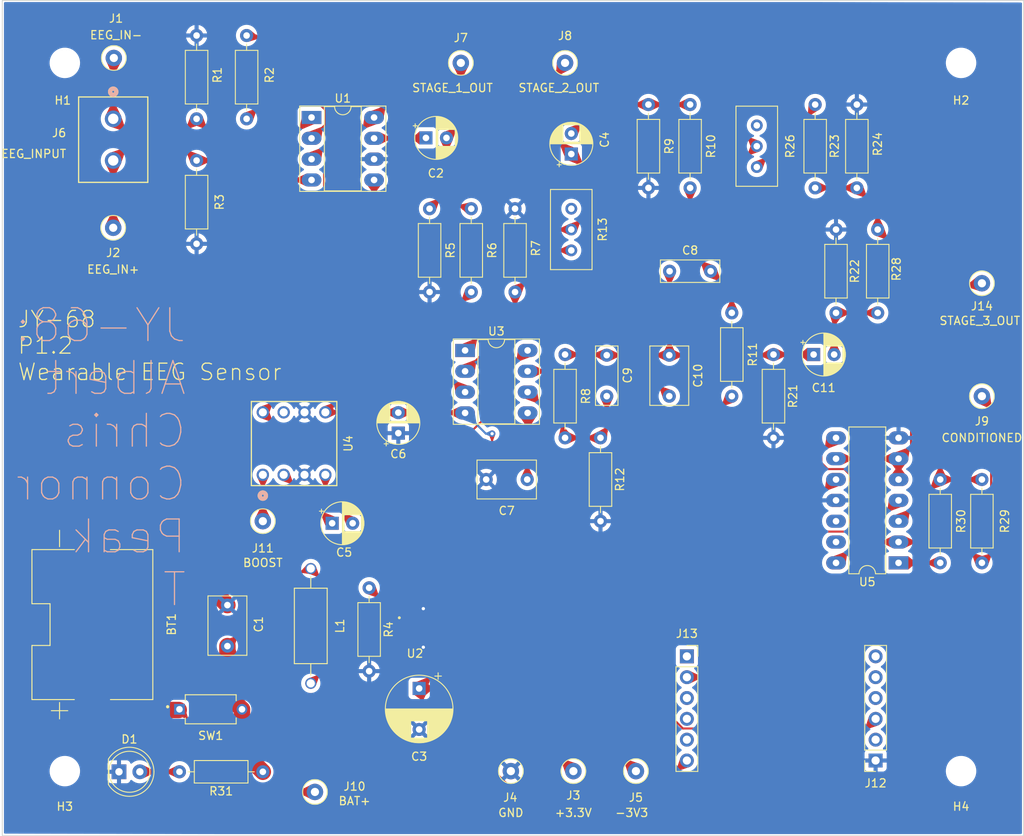
<source format=kicad_pcb>
(kicad_pcb (version 20221018) (generator pcbnew)
  (layers (0 "F.Cu" signal) (31 "B.Cu" power) (34 "B.Paste" user) (35 "F.Paste" user) (36 "B.SilkS" user "B.Silkscreen") (37 "F.SilkS" user "F.Silkscreen") (38 "B.Mask" user) (39 "F.Mask" user) (44 "Edge.Cuts" user))
  (net 0 "")
  (net 1 "GND")
  (net 2 "+3.3V")
  (net 3 "Net-(C4-Pad2)")
  (net 4 "Net-(U4-CAP+)")
  (net 5 "Net-(U4-CAP-)")
  (net 6 "-3V3")
  (net 7 "Net-(U3-IN2+)")
  (net 8 "Conditioned_EEG")
  (net 9 "Net-(C8-Pad2)")
  (net 10 "Net-(U3-IN2-)")
  (net 11 "Net-(U2-SW)")
  (net 12 "Net-(R2-Pad2)")
  (net 13 "Net-(U2-OSEL)")
  (net 14 "Net-(U3-IN1+)")
  (net 15 "Net-(U3-IN1-)")
  (net 18 "Net-(U1-OUT)")
  (net 19 "BAT+")
  (net 20 "STAGE_1_OUT")
  (net 21 "STAGE_2_OUT")
  (net 22 "Net-(J11-Pin_1)")
  (net 23 "/EEG_IN-")
  (net 24 "/EEG_IN+")
  (net 25 "Net-(U2-EN)")
  (net 26 "Net-(C10-Pad1)")
  (net 27 "Net-(U3-OUT2)")
  (net 28 "Net-(C11-Pad2)")
  (net 29 "Net-(D1-A)")
  (net 31 "CLK")
  (net 35 "+5V")
  (net 39 "STAGE_3_OUT")
  (net 41 "Net-(R23-Pad1)")
  (net 43 "Net-(U5-BP)")
  (net 44 "Net-(U5-LP)")
  (net 47 "Net-(R2-Pad1)")
  (footprint "Package_DIP:DIP-8_W7.62mm_Socket_LongPads" (layer "F.Cu") (at 113.885944 65.0749)
    (fp_text reference "U1" (at 3.81 -2.33) (layer "F.SilkS"))
    (fp_text value "INA819")
    (pad "1" thru_hole rect (at 0 0) (size 2.4 1.6) (drill 0.8) (layers "*.Cu" "*.Mask") (net 23 "/EEG_IN-"))
    (pad "2" thru_hole oval (at 0 2.54) (size 2.4 1.6) (drill 0.8) (layers "*.Cu" "*.Mask") (net 47 "Net-(R2-Pad1)"))
    (pad "3" thru_hole oval (at 0 5.08) (size 2.4 1.6) (drill 0.8) (layers "*.Cu" "*.Mask") (net 12 "Net-(R2-Pad2)"))
    (pad "4" thru_hole oval (at 0 7.62) (size 2.4 1.6) (drill 0.8) (layers "*.Cu" "*.Mask") (net 24 "/EEG_IN+"))
    (pad "5" thru_hole oval (at 7.62 7.62) (size 2.4 1.6) (drill 0.8) (layers "*.Cu" "*.Mask") (net 6 "-3V3"))
    (pad "6" thru_hole oval (at 7.62 5.08) (size 2.4 1.6) (drill 0.8) (layers "*.Cu" "*.Mask") (net 1 "GND"))
    (pad "7" thru_hole oval (at 7.62 2.54) (size 2.4 1.6) (drill 0.8) (layers "*.Cu" "*.Mask") (net 18 "Net-(U1-OUT)"))
    (pad "8" thru_hole oval (at 7.62 0) (size 2.4 1.6) (drill 0.8) (layers "*.Cu" "*.Mask") (net 2 "+3.3V"))
  )
  (footprint "TestPoint:TestPoint_Loop_D2.50mm_Drill1.0mm" (layer "F.Cu") (at 138.176 144.78)
    (fp_text reference "J4" (at -0.07 3.2191) (layer "F.SilkS"))
    (fp_text value "GND" (at 0 5.08) (layer "F.SilkS"))
    (pad "1" thru_hole circle (at 0 0) (size 2 2) (drill 1) (layers "*.Cu" "*.Mask") (net 1 "GND"))
  )
  (footprint "Capacitor_THT:C_Rect_L7.0mm_W2.5mm_P5.00mm" (layer "F.Cu") (at 149.86 94.06 -90)
    (fp_text reference "C9" (at 2.46 -2.54 90) (layer "F.SilkS"))
    (fp_text value "10nF")
    (pad "1" thru_hole circle (at 0 0 270) (size 1.6 1.6) (drill 0.8) (layers "*.Cu" "*.Mask") (net 26 "Net-(C10-Pad1)"))
    (pad "2" thru_hole circle (at 5 0 270) (size 1.6 1.6) (drill 0.8) (layers "*.Cu" "*.Mask") (net 10 "Net-(U3-IN2-)"))
  )
  (footprint "TestPoint:TestPoint_Loop_D2.50mm_Drill1.0mm" (layer "F.Cu") (at 195.581 85.290588)
    (fp_text reference "J14" (at 0 2.794) (layer "F.SilkS"))
    (fp_text value "STAGE_3_OUT" (at -0.254 4.572) (layer "F.SilkS"))
    (pad "1" thru_hole circle (at 0 0) (size 2 2) (drill 1) (layers "*.Cu" "*.Mask") (net 39 "STAGE_3_OUT"))
  )
  (footprint "TestPoint:TestPoint_Loop_D2.50mm_Drill1.0mm" (layer "F.Cu") (at 195.58 99.06)
    (fp_text reference "J9" (at 0 3.054) (layer "F.SilkS"))
    (fp_text value "CONDITIONED" (at 0 5.08) (layer "F.SilkS"))
    (pad "1" thru_hole circle (at 0 0) (size 2 2) (drill 1) (layers "*.Cu" "*.Mask") (net 8 "Conditioned_EEG"))
  )
  (footprint "Resistor_THT:R_Axial_DIN0207_L6.3mm_D2.5mm_P10.16mm_Horizontal" (layer "F.Cu") (at 144.78 104.14 90)
    (fp_text reference "R8" (at 5.08 2.54 90) (layer "F.SilkS"))
    (fp_text value "49.9k")
    (pad "1" thru_hole circle (at 0 0 90) (size 1.6 1.6) (drill 0.8) (layers "*.Cu" "*.Mask") (net 10 "Net-(U3-IN2-)"))
    (pad "2" thru_hole oval (at 10.16 0 90) (size 1.6 1.6) (drill 0.8) (layers "*.Cu" "*.Mask") (net 26 "Net-(C10-Pad1)"))
  )
  (footprint "TestPoint:TestPoint_Loop_D2.50mm_Drill1.0mm" (layer "F.Cu") (at 89.715944 78.523271)
    (fp_text reference "J2" (at 0 3.054) (layer "F.SilkS"))
    (fp_text value "EEG_IN+" (at 0 5.08) (layer "F.SilkS"))
    (pad "1" thru_hole circle (at 0 0) (size 2 2) (drill 1) (layers "*.Cu" "*.Mask") (net 24 "/EEG_IN+"))
  )
  (footprint "Resistor_THT:R_Axial_DIN0207_L6.3mm_D2.5mm_P10.16mm_Horizontal" (layer "F.Cu") (at 180.34 73.66 90)
    (fp_text reference "R24" (at 5.334 2.54 90) (layer "F.SilkS"))
    (fp_text value "200k")
    (pad "1" thru_hole circle (at 0 0 90) (size 1.6 1.6) (drill 0.8) (layers "*.Cu" "*.Mask") (net 39 "STAGE_3_OUT"))
    (pad "2" thru_hole oval (at 10.16 0 90) (size 1.6 1.6) (drill 0.8) (layers "*.Cu" "*.Mask") (net 1 "GND"))
  )
  (footprint "1-2199298-2:CONN8_1-2199298-2_TEC" (layer "F.Cu") (at 107.95 108.6466 90)
    (fp_text reference "U4" (at 3.81 10.414 90 unlocked) (layer "F.SilkS"))
    (fp_text value "TC1044S")
    (pad "1" thru_hole circle (at 0 0) (size 1.507998 1.507998) (drill 0.9906) (layers "*.Cu" "*.Mask") (net 22 "Net-(J11-Pin_1)"))
    (pad "2" thru_hole circle (at 0 2.54) (size 1.507998 1.507998) (drill 0.9906) (layers "*.Cu" "*.Mask") (net 4 "Net-(U4-CAP+)"))
    (pad "3" thru_hole circle (at 0 5.08) (size 1.507998 1.507998) (drill 0.9906) (layers "*.Cu" "*.Mask") (net 1 "GND"))
    (pad "4" thru_hole circle (at 0 7.62) (size 1.507998 1.507998) (drill 0.9906) (layers "*.Cu" "*.Mask") (net 5 "Net-(U4-CAP-)"))
    (pad "5" thru_hole circle (at 7.62 7.62) (size 1.507998 1.507998) (drill 0.9906) (layers "*.Cu" "*.Mask") (net 6 "-3V3"))
    (pad "6" thru_hole circle (at 7.62 5.08) (size 1.507998 1.507998) (drill 0.9906) (layers "*.Cu" "*.Mask") (net 1 "GND"))
    (pad "7" thru_hole circle (at 7.62 2.54) (size 1.507998 1.507998) (drill 0.9906) (layers "*.Cu" "*.Mask"))
    (pad "8" thru_hole circle (at 7.62 0) (size 1.507998 1.507998) (drill 0.9906) (layers "*.Cu" "*.Mask") (net 2 "+3.3V"))
  )
  (footprint "Connector_PinSocket_2.54mm:PinSocket_1x06_P2.54mm_Vertical" (layer "F.Cu") (at 182.626 143.485 180)
    (fp_text reference "J12" (at 0 -2.77) (layer "F.SilkS"))
    (fp_text value "Conn_01x06_Pin")
    (pad "1" thru_hole rect (at 0 0 180) (size 1.7 1.7) (drill 1) (layers "*.Cu" "*.Mask") (net 1 "GND"))
    (pad "2" thru_hole oval (at 0 2.54 180) (size 1.7 1.7) (drill 1) (layers "*.Cu" "*.Mask"))
    (pad "3" thru_hole oval (at 0 5.08 180) (size 1.7 1.7) (drill 1) (layers "*.Cu" "*.Mask") (net 31 "CLK"))
    (pad "4" thru_hole oval (at 0 7.62 180) (size 1.7 1.7) (drill 1) (layers "*.Cu" "*.Mask"))
    (pad "5" thru_hole oval (at 0 10.16 180) (size 1.7 1.7) (drill 1) (layers "*.Cu" "*.Mask"))
    (pad "6" thru_hole oval (at 0 12.7 180) (size 1.7 1.7) (drill 1) (layers "*.Cu" "*.Mask"))
  )
  (footprint "Resistor_THT:R_Axial_DIN0207_L6.3mm_D2.5mm_P10.16mm_Horizontal" (layer "F.Cu") (at 105.971944 65.24 90)
    (fp_text reference "R2" (at 5.334 2.794 90) (layer "F.SilkS"))
    (fp_text value "8.2k")
    (pad "1" thru_hole circle (at 0 0 90) (size 1.6 1.6) (drill 0.8) (layers "*.Cu" "*.Mask") (net 47 "Net-(R2-Pad1)"))
    (pad "2" thru_hole oval (at 10.16 0 90) (size 1.6 1.6) (drill 0.8) (layers "*.Cu" "*.Mask") (net 12 "Net-(R2-Pad2)"))
  )
  (footprint "DS04_254_1S_01BK:SW_DS04-254-1S-01BK" (layer "F.Cu") (at 101.6 137.24)
    (fp_text reference "SW1" (at 0 3.222) (layer "F.SilkS"))
    (fp_text value "DS04-254-1S-01BK")
    (pad "1" thru_hole rect (at -3.81 0) (size 1.308 1.308) (drill 0.8) (layers "*.Cu" "*.Mask") (net 19 "BAT+"))
    (pad "2" thru_hole circle (at 3.81 0) (size 1.308 1.308) (drill 0.8) (layers "*.Cu" "*.Mask") (net 25 "Net-(U2-EN)"))
  )
  (footprint "282837-2:282837-2_TYC" (layer "F.Cu") (at 89.715944 65.24 -90)
    (fp_text reference "J6" (at 1.724588 5.641944 unlocked) (layer "F.SilkS") (effects (justify right)))
    (fp_text value "EEG_INPUT" (at 4.264588 5.641944 unlocked) (layer "F.SilkS") (effects (justify right)))
    (pad "1" thru_hole circle (at 0 0 270) (size 2.032 2.032) (drill 1.27) (layers "*.Cu" "*.Mask") (net 23 "/EEG_IN-"))
    (pad "2" thru_hole circle (at 5.08 0 270) (size 2.032 2.032) (drill 1.27) (layers "*.Cu" "*.Mask") (net 24 "/EEG_IN+"))
  )
  (footprint "TestPoint:TestPoint_Loop_D2.50mm_Drill1.0mm" (layer "F.Cu") (at 107.95 114.3)
    (fp_text reference "J11" (at 0 3.302) (layer "F.SilkS"))
    (fp_text value "BOOST" (at 0 5.074) (layer "F.SilkS"))
    (pad "1" thru_hole circle (at 0 0) (size 2 2) (drill 1) (layers "*.Cu" "*.Mask") (net 22 "Net-(J11-Pin_1)"))
  )
  (footprint "Connector_PinSocket_2.54mm:PinSocket_1x06_P2.54mm_Vertical" (layer "F.Cu") (at 159.626 130.785)
    (fp_text reference "J13" (at 0 -2.77) (layer "F.SilkS"))
    (fp_text value "Conn_01x06_Pin")
    (pad "1" thru_hole rect (at 0 0) (size 1.7 1.7) (drill 1) (layers "*.Cu" "*.Mask") (net 35 "+5V"))
    (pad "2" thru_hole oval (at 0 2.54) (size 1.7 1.7) (drill 1) (layers "*.Cu" "*.Mask") (net 8 "Conditioned_EEG"))
    (pad "3" thru_hole oval (at 0 5.08) (size 1.7 1.7) (drill 1) (layers "*.Cu" "*.Mask"))
    (pad "4" thru_hole oval (at 0 7.62) (size 1.7 1.7) (drill 1) (layers "*.Cu" "*.Mask"))
    (pad "5" thru_hole oval (at 0 10.16) (size 1.7 1.7) (drill 1) (layers "*.Cu" "*.Mask"))
    (pad "6" thru_hole oval (at 0 12.7) (size 1.7 1.7) (drill 1) (layers "*.Cu" "*.Mask") (net 2 "+3.3V"))
  )
  (footprint "Resistor_THT:R_Axial_DIN0207_L6.3mm_D2.5mm_P10.16mm_Horizontal" (layer "F.Cu") (at 175.26 63.5 -90)
    (fp_text reference "R23" (at 5.08 -2.37 90) (layer "F.SilkS"))
    (fp_text value "49.9k")
    (pad "1" thru_hole circle (at 0 0 270) (size 1.6 1.6) (drill 0.8) (layers "*.Cu" "*.Mask") (net 41 "Net-(R23-Pad1)"))
    (pad "2" thru_hole oval (at 10.16 0 270) (size 1.6 1.6) (drill 0.8) (layers "*.Cu" "*.Mask") (net 39 "STAGE_3_OUT"))
  )
  (footprint "Resistor_THT:R_Axial_DIN0207_L6.3mm_D2.5mm_P10.16mm_Horizontal" (layer "F.Cu") (at 154.94 63.5 -90)
    (fp_text reference "R9" (at 5.08 -2.54 90) (layer "F.SilkS"))
    (fp_text value "100k")
    (pad "1" thru_hole circle (at 0 0 270) (size 1.6 1.6) (drill 0.8) (layers "*.Cu" "*.Mask") (net 3 "Net-(C4-Pad2)"))
    (pad "2" thru_hole oval (at 10.16 0 270) (size 1.6 1.6) (drill 0.8) (layers "*.Cu" "*.Mask") (net 1 "GND"))
  )
  (footprint "Resistor_THT:R_Axial_DIN0207_L6.3mm_D2.5mm_P10.16mm_Horizontal" (layer "F.Cu") (at 149.098 104.14 -90)
    (fp_text reference "R12" (at 5.08 -2.37 -270) (layer "F.SilkS"))
    (fp_text value "2.49k")
    (pad "1" thru_hole circle (at 0 0 270) (size 1.6 1.6) (drill 0.8) (layers "*.Cu" "*.Mask") (net 10 "Net-(U3-IN2-)"))
    (pad "2" thru_hole oval (at 10.16 0 270) (size 1.6 1.6) (drill 0.8) (layers "*.Cu" "*.Mask") (net 1 "GND"))
  )
  (footprint "MountingHole:MountingHole_3.2mm_M3" (layer "F.Cu") (at 193.04 58.42)
    (fp_text reference "H2" (at 0 4.572) (layer "F.SilkS"))
    (fp_text value "MountingHole")
    (pad "" np_thru_hole circle (at 0 0) (size 3.2 3.2) (drill 3.2) (layers "*.Cu" "*.Mask"))
  )
  (footprint "TestPoint:TestPoint_Loop_D2.50mm_Drill1.0mm" (layer "F.Cu") (at 89.792 57.820588)
    (fp_text reference "J1" (at 0.27 -4.82) (layer "F.SilkS"))
    (fp_text value "EEG_IN-" (at 0.27 -2.794) (layer "F.SilkS"))
    (pad "1" thru_hole circle (at 0 0) (size 2 2) (drill 1) (layers "*.Cu" "*.Mask") (net 23 "/EEG_IN-"))
  )
  (footprint "MountingHole:MountingHole_3.2mm_M3" (layer "F.Cu") (at 193.04 144.78)
    (fp_text reference "H4" (at 0 4.318) (layer "F.SilkS"))
    (fp_text value "MountingHole")
    (pad "" np_thru_hole circle (at 0 0) (size 3.2 3.2) (drill 3.2) (layers "*.Cu" "*.Mask"))
  )
  (footprint "Capacitor_THT:C_Rect_L7.0mm_W4.5mm_P5.00mm" (layer "F.Cu") (at 103.632 129.536063 90)
    (fp_text reference "C1" (at 2.656651 3.81 90) (layer "F.SilkS"))
    (fp_text value "2.2uF")
    (pad "1" thru_hole circle (at 0 0 90) (size 1.6 1.6) (drill 0.8) (layers "*.Cu" "*.Mask") (net 25 "Net-(U2-EN)"))
    (pad "2" thru_hole circle (at 5 0 90) (size 1.6 1.6) (drill 0.8) (layers "*.Cu" "*.Mask") (net 1 "GND"))
  )
  (footprint "Capacitor_THT:CP_Radial_D5.0mm_P2.50mm" (layer "F.Cu") (at 145.542 69.531113 90)
    (fp_text reference "C4" (at 1.738 4.064 90) (layer "F.SilkS"))
    (fp_text value "10uF")
    (pad "1" thru_hole rect (at 0 0 90) (size 1.6 1.6) (drill 0.8) (layers "*.Cu" "*.Mask") (net 21 "STAGE_2_OUT"))
    (pad "2" thru_hole circle (at 2.5 0 90) (size 1.6 1.6) (drill 0.8) (layers "*.Cu" "*.Mask") (net 3 "Net-(C4-Pad2)"))
  )
  (footprint "TestPoint:TestPoint_Loop_D2.50mm_Drill1.0mm" (layer "F.Cu") (at 145.796 144.78)
    (fp_text reference "J3" (at 0 2.9651) (layer "F.SilkS"))
    (fp_text value "+3.3V" (at 0 5.08) (layer "F.SilkS"))
    (pad "1" thru_hole circle (at 0 0) (size 2 2) (drill 1) (layers "*.Cu" "*.Mask") (net 2 "+3.3V"))
  )
  (footprint "MountingHole:MountingHole_3.2mm_M3" (layer "F.Cu") (at 83.82 144.78)
    (fp_text reference "H3" (at 0 4.318) (layer "F.SilkS"))
    (fp_text value "MountingHole")
    (pad "" np_thru_hole circle (at 0 0) (size 3.2 3.2) (drill 3.2) (layers "*.Cu" "*.Mask"))
  )
  (footprint "Resistor_THT:R_Axial_DIN0207_L6.3mm_D2.5mm_P10.16mm_Horizontal" (layer "F.Cu") (at 182.88 88.9 90)
    (fp_text reference "R28" (at 5.334 2.286 90) (layer "F.SilkS"))
    (fp_text value "10k")
    (pad "1" thru_hole circle (at 0 0 90) (size 1.6 1.6) (drill 0.8) (layers "*.Cu" "*.Mask") (net 28 "Net-(C11-Pad2)"))
    (pad "2" thru_hole oval (at 10.16 0 90) (size 1.6 1.6) (drill 0.8) (layers "*.Cu" "*.Mask") (net 39 "STAGE_3_OUT"))
  )
  (footprint "Resistor_THT:R_Axial_DIN0207_L6.3mm_D2.5mm_P10.16mm_Horizontal" (layer "F.Cu") (at 177.8 88.9 90)
    (fp_text reference "R22" (at 5.08 2.286 90) (layer "F.SilkS"))
    (fp_text value "100k")
    (pad "1" thru_hole circle (at 0 0 90) (size 1.6 1.6) (drill 0.8) (layers "*.Cu" "*.Mask") (net 28 "Net-(C11-Pad2)"))
    (pad "2" thru_hole oval (at 10.16 0 90) (size 1.6 1.6) (drill 0.8) (layers "*.Cu" "*.Mask") (net 1 "GND"))
  )
  (footprint "Potentiometer_THT:Potentiometer_Bourns_3296W_Vertical" (layer "F.Cu") (at 145.542 81.28 -90)
    (fp_text reference "R13" (at -2.54 -3.81 90) (layer "F.SilkS"))
    (fp_text value "100k")
    (pad "1" thru_hole circle (at 0 0 270) (size 1.44 1.44) (drill 0.8) (layers "*.Cu" "*.Mask") (net 15 "Net-(U3-IN1-)"))
    (pad "2" thru_hole circle (at -2.54 0 270) (size 1.44 1.44) (drill 0.8) (layers "*.Cu" "*.Mask") (net 21 "STAGE_2_OUT"))
    (pad "3" thru_hole circle (at -5.08 0 270) (size 1.44 1.44) (drill 0.8) (layers "*.Cu" "*.Mask"))
  )
  (footprint "Resistor_THT:R_Axial_DIN0207_L6.3mm_D2.5mm_P10.16mm_Horizontal" (layer "F.Cu") (at 170.18 93.98 -90)
    (fp_text reference "R21" (at 5.08 -2.37 90) (layer "F.SilkS"))
    (fp_text value "100k")
    (pad "1" thru_hole circle (at 0 0 270) (size 1.6 1.6) (drill 0.8) (layers "*.Cu" "*.Mask") (net 26 "Net-(C10-Pad1)"))
    (pad "2" thru_hole oval (at 10.16 0 270) (size 1.6 1.6) (drill 0.8) (layers "*.Cu" "*.Mask") (net 1 "GND"))
  )
  (footprint "Capacitor_THT:CP_Radial_D5.0mm_P2.50mm" (layer "F.Cu") (at 175.070888 93.98)
    (fp_text reference "C11" (at 1.23 4.064) (layer "F.SilkS"))
    (fp_text value "10uF")
    (pad "1" thru_hole rect (at 0 0) (size 1.6 1.6) (drill 0.8) (layers "*.Cu" "*.Mask") (net 26 "Net-(C10-Pad1)"))
    (pad "2" thru_hole circle (at 2.5 0) (size 1.6 1.6) (drill 0.8) (layers "*.Cu" "*.Mask") (net 28 "Net-(C11-Pad2)"))
  )
  (footprint "Capacitor_THT:CP_Radial_D5.0mm_P2.50mm" (layer "F.Cu") (at 127.826888 67.564)
    (fp_text reference "C2" (at 1.205112 4.318) (layer "F.SilkS"))
    (fp_text value "10uF")
    (pad "1" thru_hole rect (at 0 0) (size 1.6 1.6) (drill 0.8) (layers "*.Cu" "*.Mask") (net 18 "Net-(U1-OUT)"))
    (pad "2" thru_hole circle (at 2.5 0) (size 1.6 1.6) (drill 0.8) (layers "*.Cu" "*.Mask") (net 20 "STAGE_1_OUT"))
  )
  (footprint "BHSD-1225-SM:BAT_BHSD-1225-SM" (layer "F.Cu") (at 87.175944 126.910963 90)
    (fp_text reference "BT1" (at 0.031551 9.652 90) (layer "F.SilkS"))
    (fp_text value "BHSD-1225-SM")
    (pad "1" smd rect (at -10.415 0 90) (size 2.54 3.81) (layers "F.Cu" "F.Paste" "F.Mask") (net 19 "BAT+"))
    (pad "2" smd rect (at 10.415 0 90) (size 2.54 3.81) (layers "F.Cu" "F.Paste" "F.Mask") (net 1 "GND"))
  )
  (footprint "Resistor_THT:R_Axial_DIN0207_L6.3mm_D2.5mm_P10.16mm_Horizontal" (layer "F.Cu") (at 128.27 76.2 -90)
    (fp_text reference "R5" (at 5.08 -2.54 90) (layer "F.SilkS"))
    (fp_text value "100k")
    (pad "1" thru_hole circle (at 0 0 270) (size 1.6 1.6) (drill 0.8) (layers "*.Cu" "*.Mask") (net 20 "STAGE_1_OUT"))
    (pad "2" thru_hole oval (at 10.16 0 270) (size 1.6 1.6) (drill 0.8) (layers "*.Cu" "*.Mask") (net 1 "GND"))
  )
  (footprint "Resistor_THT:R_Axial_DIN0207_L6.3mm_D2.5mm_P10.16mm_Horizontal" (layer "F.Cu") (at 99.875944 70.32 -90)
    (fp_text reference "R3" (at 5.08 -2.794 -90) (layer "F.SilkS"))
    (fp_text value "68k")
    (pad "1" thru_hole circle (at 0 0 270) (size 1.6 1.6) (drill 0.8) (layers "*.Cu" "*.Mask") (net 24 "/EEG_IN+"))
    (pad "2" thru_hole oval (at 10.16 0 270) (size 1.6 1.6) (drill 0.8) (layers "*.Cu" "*.Mask") (net 1 "GND"))
  )
  (footprint "Capacitor_THT:CP_Radial_D5.0mm_P2.50mm" (layer "F.Cu") (at 116.396888 114.554)
    (fp_text reference "C5" (at 1.459113 3.556 180) (layer "F.SilkS"))
    (fp_text value "10uF")
    (pad "1" thru_hole rect (at 0 0) (size 1.6 1.6) (drill 0.8) (layers "*.Cu" "*.Mask") (net 4 "Net-(U4-CAP+)"))
    (pad "2" thru_hole circle (at 2.5 0) (size 1.6 1.6) (drill 0.8) (layers "*.Cu" "*.Mask") (net 5 "Net-(U4-CAP-)"))
  )
  (footprint "TestPoint:TestPoint_Loop_D2.50mm_Drill1.0mm" (layer "F.Cu") (at 132.08 58.42)
    (fp_text reference "J7" (at 0 -3.048) (layer "F.SilkS"))
    (fp_text value "STAGE_1_OUT" (at -1.016 3.048) (layer "F.SilkS"))
    (pad "1" thru_hole circle (at 0 0) (size 2 2) (drill 1) (layers "*.Cu" "*.Mask") (net 20 "STAGE_1_OUT"))
  )
  (footprint "Package_DIP:DIP-8_W7.62mm_Socket_LongPads" (layer "F.Cu") (at 132.598 93.482)
    (fp_text reference "U3" (at 3.81 -2.33) (layer "F.SilkS"))
    (fp_text value "TLV9102")
    (pad "1" thru_hole rect (at 0 0) (size 2.4 1.6) (drill 0.8) (layers "*.Cu" "*.Mask") (net 21 "STAGE_2_OUT"))
    (pad "2" thru_hole oval (at 0 2.54) (size 2.4 1.6) (drill 0.8) (layers "*.Cu" "*.Mask") (net 15 "Net-(U3-IN1-)"))
    (pad "3" thru_hole oval (at 0 5.08) (size 2.4 1.6) (drill 0.8) (layers "*.Cu" "*.Mask") (net 14 "Net-(U3-IN1+)"))
    (pad "4" thru_hole oval (at 0 7.62) (size 2.4 1.6) (drill 0.8) (layers "*.Cu" "*.Mask") (net 6 "-3V3"))
    (pad "5" thru_hole oval (at 7.62 7.62) (size 2.4 1.6) (drill 0.8) (layers "*.Cu" "*.Mask") (net 7 "Net-(U3-IN2+)"))
    (pad "6" thru_hole oval (at 7.62 5.08) (size 2.4 1.6) (drill 0.8) (layers "*.Cu" "*.Mask") (net 10 "Net-(U3-IN2-)"))
    (pad "7" thru_hole oval (at 7.62 2.54) (size 2.4 1.6) (drill 0.8) (layers "*.Cu" "*.Mask") (net 27 "Net-(U3-OUT2)"))
    (pad "8" thru_hole oval (at 7.62 0) (size 2.4 1.6) (drill 0.8) (layers "*.Cu" "*.Mask") (net 2 "+3.3V"))
  )
  (footprint "Capacitor_THT:C_Rect_L7.0mm_W4.5mm_P5.00mm" (layer "F.Cu") (at 157.48 94.06 -90)
    (fp_text reference "C10" (at 2.5 -3.5 90) (layer "F.SilkS"))
    (fp_text value "0.1uF")
    (pad "1" thru_hole circle (at 0 0 270) (size 1.6 1.6) (drill 0.8) (layers "*.Cu" "*.Mask") (net 26 "Net-(C10-Pad1)"))
    (pad "2" thru_hole circle (at 5 0 270) (size 1.6 1.6) (drill 0.8) (layers "*.Cu" "*.Mask") (net 27 "Net-(U3-OUT2)"))
  )
  (footprint "Resistor_THT:R_Axial_DIN0207_L6.3mm_D2.5mm_P10.16mm_Horizontal" (layer "F.Cu") (at 190.5 109.22 -90)
    (fp_text reference "R30" (at 5.08 -2.54 90) (layer "F.SilkS"))
    (fp_text value "49.9k")
    (pad "1" thru_hole circle (at 0 0 270) (size 1.6 1.6) (drill 0.8) (layers "*.Cu" "*.Mask") (net 39 "STAGE_3_OUT"))
    (pad "2" thru_hole oval (at 10.16 0 270) (size 1.6 1.6) (drill 0.8) (layers "*.Cu" "*.Mask") (net 43 "Net-(U5-BP)"))
  )
  (footprint "Potentiometer_THT:Potentiometer_Bourns_3296W_Vertical" (layer "F.Cu") (at 168.148 71.12 -90)
    (fp_text reference "R26" (at -2.54 -4.064 90) (layer "F.SilkS"))
    (fp_text value "100k")
    (pad "1" thru_hole circle (at 0 0 270) (size 1.44 1.44) (drill 0.8) (layers "*.Cu" "*.Mask") (net 41 "Net-(R23-Pad1)"))
    (pad "2" thru_hole circle (at -2.54 0 270) (size 1.44 1.44) (drill 0.8) (layers "*.Cu" "*.Mask") (net 2 "+3.3V"))
    (pad "3" thru_hole circle (at -5.08 0 270) (size 1.44 1.44) (drill 0.8) (layers "*.Cu" "*.Mask"))
  )
  (footprint "TestPoint:TestPoint_Loop_D2.50mm_Drill1.0mm" (layer "F.Cu") (at 144.78 58.42)
    (fp_text reference "J8" (at 0 -3.302) (layer "F.SilkS"))
    (fp_text value "STAGE_2_OUT" (at -0.762 3.048) (layer "F.SilkS"))
    (pad "1" thru_hole circle (at 0 0) (size 2 2) (drill 1) (layers "*.Cu" "*.Mask") (net 21 "STAGE_2_OUT"))
  )
  (footprint "Capacitor_THT:CP_Radial_D5.0mm_P2.50mm" (layer "F.Cu") (at 124.46 103.567113 90)
    (fp_text reference "C6" (at -2.54 0) (layer "F.SilkS"))
    (fp_text value "10uF")
    (pad "1" thru_hole rect (at 0 0 90) (size 1.6 1.6) (drill 0.8) (layers "*.Cu" "*.Mask") (net 1 "GND"))
    (pad "2" thru_hole circle (at 2.5 0 90) (size 1.6 1.6) (drill 0.8) (layers "*.Cu" "*.Mask") (net 6 "-3V3"))
  )
  (footprint "Capacitor_THT:C_Rect_L7.0mm_W2.5mm_P5.00mm" (layer "F.Cu") (at 157.52 83.82)
    (fp_text reference "C8" (at 2.5 -2.54) (layer "F.SilkS"))
    (fp_text value "0.1uF")
    (pad "1" thru_hole circle (at 0 0) (size 1.6 1.6) (drill 0.8) (layers "*.Cu" "*.Mask") (net 26 "Net-(C10-Pad1)"))
    (pad "2" thru_hole circle (at 5 0) (size 1.6 1.6) (drill 0.8) (layers "*.Cu" "*.Mask") (net 9 "Net-(C8-Pad2)"))
  )
  (footprint "Resistor_THT:R_Axial_DIN0207_L6.3mm_D2.5mm_P10.16mm_Horizontal" (layer "F.Cu") (at 120.904 122.428 -90)
    (fp_text reference "R4" (at 5.08 -2.37 90) (layer "F.SilkS"))
    (fp_text value "4.75k")
    (pad "1" thru_hole circle (at 0 0 270) (size 1.6 1.6) (drill 0.8) (layers "*.Cu" "*.Mask") (net 13 "Net-(U2-OSEL)"))
    (pad "2" thru_hole oval (at 10.16 0 270) (size 1.6 1.6) (drill 0.8) (layers "*.Cu" "*.Mask") (net 1 "GND"))
  )
  (footprint "Package_DIP:DIP-14_W7.62mm_LongPads" (layer "F.Cu") (at 185.42 119.385 180)
    (fp_text reference "U5" (at 3.81 -2.33) (layer "F.SilkS"))
    (fp_text value "LTC1059CS#PBF")
    (pad "1" thru_hole rect (at 0 0 180) (size 2.4 1.6) (drill 0.8) (layers "*.Cu" "*.Mask") (net 43 "Net-(U5-BP)"))
    (pad "2" thru_hole oval (at 0 2.54 180) (size 2.4 1.6) (drill 0.8) (layers "*.Cu" "*.Mask") (net 8 "Conditioned_EEG"))
    (pad "3" thru_hole oval (at 0 5.08 180) (size 2.4 1.6) (drill 0.8) (layers "*.Cu" "*.Mask") (net 39 "STAGE_3_OUT"))
    (pad "4" thru_hole oval (at 0 7.62 180) (size 2.4 1.6) (drill 0.8) (layers "*.Cu" "*.Mask") (net 44 "Net-(U5-LP)"))
    (pad "5" thru_hole oval (at 0 10.16 180) (size 2.4 1.6) (drill 0.8) (layers "*.Cu" "*.Mask") (net 2 "+3.3V"))
    (pad "6" thru_hole oval (at 0 12.7 180) (size 2.4 1.6) (drill 0.8) (layers "*.Cu" "*.Mask") (net 2 "+3.3V"))
    (pad "7" thru_hole oval (at 0 15.24 180) (size 2.4 1.6) (drill 0.8) (layers "*.Cu" "*.Mask") (net 1 "GND"))
    (pad "8" thru_hole oval (at 7.62 15.24 180) (size 2.4 1.6) (drill 0.8) (layers "*.Cu" "*.Mask") (net 31 "CLK"))
    (pad "9" thru_hole oval (at 7.62 12.7 180) (size 2.4 1.6) (drill 0.8) (layers "*.Cu" "*.Mask") (net 2 "+3.3V"))
    (pad "10" thru_hole oval (at 7.62 10.16 180) (size 2.4 1.6) (drill 0.8) (layers "*.Cu" "*.Mask") (net 6 "-3V3"))
    (pad "11" thru_hole oval (at 7.62 7.62 180) (size 2.4 1.6) (drill 0.8) (layers "*.Cu" "*.Mask") (net 1 "GND"))
    (pad "12" thru_hole oval (at 7.62 5.08 180) (size 2.4 1.6) (drill 0.8) (layers "*.Cu" "*.Mask"))
    (pad "13" thru_hole oval (at 7.62 2.54 180) (size 2.4 1.6) (drill 0.8) (layers "*.Cu" "*.Mask"))
    (pad "14" thru_hole oval (at 7.62 0 180) (size 2.4 1.6) (drill 0.8) (layers "*.Cu" "*.Mask") (net 44 "Net-(U5-LP)"))
  )
  (footprint "Resistor_THT:R_Axial_DIN0207_L6.3mm_D2.5mm_P10.16mm_Horizontal" (layer "F.Cu") (at 138.684 76.2 -90)
    (fp_text reference "R7" (at 4.826 -2.54 90) (layer "F.SilkS"))
    (fp_text value "1k")
    (pad "1" thru_hole circle (at 0 0 270) (size 1.6 1.6) (drill 0.8) (layers "*.Cu" "*.Mask") (net 1 "GND"))
    (pad "2" thru_hole oval (at 10.16 0 270) (size 1.6 1.6) (drill 0.8) (layers "*.Cu" "*.Mask") (net 15 "Net-(U3-IN1-)"))
  )
  (footprint "MountingHole:MountingHole_3.2mm_M3" (layer "F.Cu") (at 83.82 58.42)
    (fp_text reference "H1" (at -0.254 4.572) (layer "F.SilkS"))
    (fp_text value "MountingHole")
    (pad "" np_thru_hole circle (at 0 0) (size 3.2 3.2) (drill 3.2) (layers "*.Cu" "*.Mask"))
  )
  (footprint "Resistor_THT:R_Axial_DIN0207_L6.3mm_D2.5mm_P10.16mm_Horizontal" (layer "F.Cu") (at 160.02 63.5 -90)
    (fp_text reference "R10" (at 5.08 -2.54 90) (layer "F.SilkS"))
    (fp_text value "604")
    (pad "1" thru_hole circle (at 0 0 270) (size 1.6 1.6) (drill 0.8) (layers "*.Cu" "*.Mask") (net 3 "Net-(C4-Pad2)"))
    (pad "2" thru_hole oval (at 10.16 0 270) (size 1.6 1.6) (drill 0.8) (layers "*.Cu" "*.Mask") (net 9 "Net-(C8-Pad2)"))
  )
  (footprint "LED_THT:LED_D5.0mm" (layer "F.Cu") (at 90.419 144.86)
    (fp_text reference "D1" (at 1.27 -3.96) (layer "F.SilkS"))
    (fp_text value "LED_PWR")
    (pad "1" thru_hole rect (at 0 0) (size 1.8 1.8) (drill 0.9) (layers "*.Cu" "*.Mask") (net 1 "GND"))
    (pad "2" thru_hole circle (at 2.54 0) (size 1.8 1.8) (drill 0.9) (layers "*.Cu" "*.Mask") (net 29 "Net-(D1-A)"))
  )
  (footprint "TestPoint:TestPoint_Loop_D2.50mm_Drill1.0mm" (layer "F.Cu") (at 153.416 144.78)
    (fp_text reference "J5" (at 0 3.2191) (layer "F.SilkS"))
    (fp_text value "-3V3" (at -0.508 5.08) (layer "F.SilkS"))
    (pad "1" thru_hole circle (at 0 0) (size 2 2) (drill 1) (layers "*.Cu" "*.Mask") (net 6 "-3V3"))
  )
  (footprint "TestPoint:TestPoint_Loop_D2.50mm_Drill1.0mm" (layer "F.Cu") (at 114.3 147.32)
    (fp_text reference "J10" (at 4.826 -0.6731) (layer "F.SilkS"))
    (fp_text value "BAT+" (at 4.826 1.0989) (layer "F.SilkS"))
    (pad "1" thru_hole circle (at 0 0) (size 2 2) (drill 1) (layers "*.Cu" "*.Mask") (net 19 "BAT+"))
  )
  (footprint "Resistor_THT:R_Axial_DIN0207_L6.3mm_D2.5mm_P10.16mm_Horizontal" (layer "F.Cu") (at 107.95 144.86 180)
    (fp_text reference "R31" (at 5.08 -2.37) (layer "F.SilkS"))
    (fp_text value "10k")
    (pad "1" thru_hole circle (at 0 0 180) (size 1.6 1.6) (drill 0.8) (layers "*.Cu" "*.Mask") (net 25 "Net-(U2-EN)"))
    (pad "2" thru_hole oval (at 10.16 0 180) (size 1.6 1.6) (drill 0.8) (layers "*.Cu" "*.Mask") (net 29 "Net-(D1-A)"))
  )
  (footprint "Capacitor_THT:CP_Radial_D8.0mm_P5.00mm" (layer "F.Cu") (at 127 134.7 -90)
    (fp_text reference "C3" (at 8.302 0) (layer "F.SilkS"))
    (fp_text value "33uF")
    (pad "1" thru_hole rect (at 0 0 270) (size 1.6 1.6) (drill 0.8) (layers "*.Cu" "*.Mask") (net 2 "+3.3V"))
    (pad "2" thru_hole circle (at 5 0 270) (size 1.6 1.6) (drill 0.8) (layers "*.Cu" "*.Mask") (net 1 "GND"))
  )
  (footprint "B78108S1222K000:INDAD1400W80L920D400" (layer "F.Cu") (at 113.792 127.076063 -90)
    (fp_text reference "L1" (at 0 -3.556 90) (layer "F.SilkS"))
    (fp_text value "2.2uH")
    (pad "1" thru_hole circle (at -7 0 270) (size 1.35 1.35) (drill 1) (layers "*.Cu" "*.Mask") (net 25 "Net-(U2-EN)"))
    (pad "2" thru_hole circle (at 7 0 270) (size 1.35 1.35) (drill 1) (layers "*.Cu" "*.Mask") (net 11 "Net-(U2-SW)"))
  )
  (footprint "Resistor_THT:R_Axial_DIN0207_L6.3mm_D2.5mm_P10.16mm_Horizontal" (layer "F.Cu") (at 195.58 109.22 -90)
    (fp_text reference "R29" (at 5.08 -2.794 90) (layer "F.SilkS"))
    (fp_text value "6.98k")
    (pad "1" thru_hole circle (at 0 0 270) (size 1.6 1.6) (drill 0.8) (layers "*.Cu" "*.Mask") (net 39 "STAGE_3_OUT"))
    (pad "2" thru_hole oval (at 10.16 0 270) (size 1.6 1.6) (drill 0.8) (layers "*.Cu" "*.Mask") (net 8 "Conditioned_EEG"))
  )
  (footprint "TPS61094DSSR:WSON_94DSSR_TEX" (layer "F.Cu") (at 126.492 127.330063)
    (fp_text reference "U2" (at 0 3.105349 unlocked) (layer "F.SilkS"))
    (fp_text value "TPS61094")
    (pad "1" smd rect (at -1.0287 -1.250315) (size 0.6604 0.254) (layers "F.Cu" "F.Paste" "F.Mask") (net 13 "Net-(U2-OSEL)"))
    (pad "2" smd rect (at -1.0287 -0.750189) (size 0.6604 0.254) (layers "F.Cu" "F.Paste" "F.Mask") (net 25 "Net-(U2-EN)"))
    (pad "3" smd rect (at -1.0287 -0.250063) (size 0.6604 0.254) (layers "F.Cu" "F.Paste" "F.Mask") (net 25 "Net-(U2-EN)"))
    (pad "4" smd rect (at -1.0287 0.250063) (size 0.6604 0.254) (layers "F.Cu" "F.Paste" "F.Mask") (net 25 "Net-(U2-EN)"))
    (pad "5" smd rect (at -1.0287 0.750189) (size 0.6604 0.254) (layers "F.Cu" "F.Paste" "F.Mask") (net 11 "Net-(U2-SW)"))
    (pad "6" smd rect (at -1.0287 1.250315) (size 0.6604 0.254) (layers "F.Cu" "F.Paste" "F.Mask") (net 25 "Net-(U2-EN)"))
    (pad "7" smd rect (at 1.0287 1.250315) (size 0.6604 0.254) (layers "F.Cu" "F.Paste" "F.Mask") (net 1 "GND"))
    (pad "8" smd rect (at 1.0287 0.750189) (size 0.6604 0.254) (layers "F.Cu" "F.Paste" "F.Mask") (net 1 "GND"))
    (pad "9" smd rect (at 1.0287 0.250063) (size 0.6604 0.254) (layers "F.Cu" "F.Paste" "F.Mask"))
    (pad "10" smd rect (at 1.0287 -0.250063) (size 0.6604 0.254) (layers "F.Cu" "F.Paste" "F.Mask") (net 2 "+3.3V"))
    (pad "11" smd rect (at 1.0287 -0.750189) (size 0.6604 0.254) (layers "F.Cu" "F.Paste" "F.Mask") (net 1 "GND"))
    (pad "12" smd rect (at 1.0287 -1.250315) (size 0.6604 0.254) (layers "F.Cu" "F.Paste" "F.Mask") (net 1 "GND"))
    (pad "13" smd rect (at 0 0) (size 1.0922 2.7432) (layers "F.Cu" "F.Paste" "F.Mask"))
  )
  (footprint "Capacitor_THT:C_Rect_L7.0mm_W4.5mm_P5.00mm" (layer "F.Cu") (at 135.168 109.22)
    (fp_text reference "C7" (at 2.5 3.81) (layer "F.SilkS"))
    (fp_text value "0.1uF")
    (pad "1" thru_hole circle (at 0 0) (size 1.6 1.6) (drill 0.8) (layers "*.Cu" "*.Mask") (net 1 "GND"))
    (pad "2" thru_hole circle (at 5 0) (size 1.6 1.6) (drill 0.8) (layers "*.Cu" "*.Mask") (net 7 "Net-(U3-IN2+)"))
  )
  (footprint "Resistor_THT:R_Axial_DIN0207_L6.3mm_D2.5mm_P10.16mm_Horizontal" (layer "F.Cu") (at 165.1 88.9 -90)
    (fp_text reference "R11" (at 5.08 -2.54 -270) (layer "F.SilkS"))
    (fp_text value "16k")
    (pad "1" thru_hole circle (at 0 0 270) (size 1.6 1.6) (drill 0.8) (layers "*.Cu" "*.Mask") (net 9 "Net-(C8-Pad2)"))
    (pad "2" thru_hole oval (at 10.16 0 270) (size 1.6 1.6) (drill 0.8) (layers "*.Cu" "*.Mask") (net 7 "Net-(U3-IN2+)"))
  )
  (footprint "Resistor_THT:R_Axial_DIN0207_L6.3mm_D2.5mm_P10.16mm_Horizontal" (layer "F.Cu") (at 99.875944 65.24 90)
    (fp_text reference "R1" (at 5.334 2.54 270) (layer "F.SilkS"))
    (fp_text value "68k")
    (pad "1" thru_hole circle (at 0 0 90) (size 1.6 1.6) (drill 0.8) (layers "*.Cu" "*.Mask") (net 23 "/EEG_IN-"))
    (pad "2" thru_hole oval (at 10.16 0 90) (size 1.6 1.6) (drill 0.8) (layers "*.Cu" "*.Mask") (net 1 "GND"))
  )
  (footprint "Resistor_THT:R_Axial_DIN0207_L6.3mm_D2.5mm_P10.16mm_Horizontal" (layer "F.Cu") (at 133.35 76.2 -90)
    (fp_text reference "R6" (at 5.08 -2.54 90) (layer "F.SilkS"))
    (fp_text value "1k")
    (pad "1" thru_hole circle (at 0 0 270) (size 1.6 1.6) (drill 0.8) (layers "*.Cu" "*.Mask") (net 20 "STAGE_1_OUT"))
    (pad "2" thru_hole oval (at 10.16 0 270) (size 1.6 1.6) (drill 0.8) (layers "*.Cu" "*.Mask") (net 14 "Net-(U3-IN1+)"))
  )
  (gr_rect (start 76.2 50.8) (end 200.66 152.654) (stroke (width 0.1)) (fill none) (layer "Edge.Cuts"))
  (gr_text "JY-68:\nAlbert\nChris\nConnor\nPeak\nT" (at 98.806 124.968) (layer "B.SilkS") (effects (font (size 4 4)) (justify left bottom mirror)))
  (gr_text "JY-68 \nP1.2\nWearable EEG Sensor" (at 77.978 97.282) (layer "F.SilkS") (effects (font (size 2 2)) (justify left bottom)))
  (segment (start 127.5207 126.079748) (end 127.5207 124.9807) (width 0.25) (layer "F.Cu") (net 1))
  (segment (start 87.175944 116.495963) (end 95.5919 116.495963) (width 2) (layer "F.Cu") (net 1))
  (segment (start 127.5207 126.079748) (end 127.5207 126.579874) (width 0.25) (layer "F.Cu") (net 1))
  (segment (start 127.5207 124.9807) (end 127.508 124.968) (width 0.25) (layer "F.Cu") (net 1))
  (segment (start 95.5919 116.495963) (end 103.632 124.536063) (width 2) (layer "F.Cu") (net 1))
  (segment (start 127.5207 128.080252) (end 127.5207 129.660712) (width 0.25) (layer "F.Cu") (net 1))
  (segment (start 127.5207 129.660712) (end 127.508 129.673412) (width 0.25) (layer "F.Cu") (net 1))
  (via (at 127.508 129.673412) (size 0.8) (drill 0.4) (layers "F.Cu" "B.Cu") (net 1))
  (via (at 127.508 124.968) (size 0.8) (drill 0.4) (layers "F.Cu" "B.Cu") (net 1))
  (segment (start 107.95 101.0266) (end 112.3334 105.41) (width 0.25) (layer "F.Cu") (net 2))
  (segment (start 112.3334 105.41) (end 125.73 105.41) (width 0.25) (layer "F.Cu") (net 2))
  (segment (start 154.178 146.9) (end 138.264 146.9) (width 0.25) (layer "F.Cu") (net 2))
  (segment (start 185.42 109.225) (end 185.42 106.685) (width 0.25) (layer "F.Cu") (net 2))
  (segment (start 145.796 144.78) (end 135.716 134.7) (width 0.25) (layer "F.Cu") (net 2))
  (segment (start 128.1009 127.08) (end 128.524 127.5031) (width 0.25) (layer "F.Cu") (net 2))
  (segment (start 155.448 55.88) (end 153.162 55.88) (width 0.25) (layer "F.Cu") (net 2))
  (segment (start 156.211 146.9) (end 154.178 146.9) (width 0.25) (layer "F.Cu") (net 2))
  (segment (start 137.16 96.54) (end 137.16 99.568) (width 0.25) (layer "F.Cu") (net 2))
  (segment (start 159.626 143.485) (end 156.211 146.9) (width 0.25) (layer "F.Cu") (net 2))
  (segment (start 185.42 106.685) (end 186.945 105.16) (width 0.25) (layer "F.Cu") (net 2))
  (segment (start 128.1009 127.08) (end 128.524 126.6569) (width 0.25) (layer "F.Cu") (net 2))
  (segment (start 127.5207 127.08) (end 128.1009 127.08) (width 0.25) (layer "F.Cu") (net 2))
  (segment (start 176.784 80.264) (end 173.228 80.264) (width 0.25) (layer "F.Cu") (net 2))
  (segment (start 177.8 106.685) (end 185.42 106.685) (width 0.25) (layer "F.Cu") (net 2))
  (segment (start 127 135.636) (end 127 134.7) (width 0.25) (layer "F.Cu") (net 2))
  (segment (start 173.228 80.264) (end 166.116 73.152) (width 0.25) (layer "F.Cu") (net 2))
  (segment (start 130.700844 55.88) (end 121.505944 65.0749) (width 0.25) (layer "F.Cu") (net 2))
  (segment (start 186.945 90.425) (end 176.784 80.264) (width 0.25) (layer "F.Cu") (net 2))
  (segment (start 138.264 146.9) (end 127 135.636) (width 0.25) (layer "F.Cu") (net 2))
  (segment (start 128.524 108.204) (end 128.524 108.458) (width 0.25) (layer "F.Cu") (net 2))
  (segment (start 186.945 105.16) (end 186.945 90.425) (width 0.25) (layer "F.Cu") (net 2))
  (segment (start 166.116 73.152) (end 166.116 70.612) (width 0.25) (layer "F.Cu") (net 2))
  (segment (start 166.116 70.612) (end 168.148 68.58) (width 0.25) (layer "F.Cu") (net 2))
  (segment (start 128.524 127.5031) (end 128.524 133.176) (width 0.25) (layer "F.Cu") (net 2))
  (segment (start 128.524 108.458) (end 128.524 118.11) (width 0.25) (layer "F.Cu") (net 2))
  (segment (start 128.524 133.176) (end 127 134.7) (width 0.25) (layer "F.Cu") (net 2))
  (segment (start 115.410944 71.1699) (end 121.505944 65.0749) (width 0.25) (layer "F.Cu") (net 2))
  (segment (start 115.410944 93.565656) (end 115.410944 71.1699) (width 0.25) (layer "F.Cu") (net 2))
  (segment (start 125.73 105.41) (end 128.524 108.204) (width 0.25) (layer "F.Cu") (net 2))
  (segment (start 140.218 93.482) (end 137.16 96.54) (width 0.25) (layer "F.Cu") (net 2))
  (segment (start 168.148 68.58) (end 155.448 55.88) (width 0.25) (layer "F.Cu") (net 2))
  (segment (start 137.16 99.568) (end 128.524 108.204) (width 0.25) (layer "F.Cu") (net 2))
  (segment (start 127 134.7) (end 135.716 134.7) (width 0.25) (layer "F.Cu") (net 2))
  (segment (start 107.95 101.0266) (end 115.410944 93.565656) (width 0.25) (layer "F.Cu") (net 2))
  (segment (start 128.524 126.6569) (end 128.524 118.11) (width 0.25) (layer "F.Cu") (net 2))
  (segment (start 153.162 55.88) (end 130.700844 55.88) (width 0.25) (layer "F.Cu") (net 2))
  (segment (start 154.94 63.5) (end 160.02 63.5) (width 0.25) (layer "F.Cu") (net 3))
  (segment (start 145.542 67.031113) (end 149.073113 63.5) (width 0.25) (layer "F.Cu") (net 3))
  (segment (start 149.073113 63.5) (end 154.94 63.5) (width 0.25) (layer "F.Cu") (net 3))
  (segment (start 116.396888 114.553488) (end 116.396888 114.554) (width 0.25) (layer "F.Cu") (net 4))
  (segment (start 110.49 108.6466) (end 116.396888 114.553488) (width 0.25) (layer "F.Cu") (net 4))
  (segment (start 115.57 111.227112) (end 118.896888 114.554) (width 0.25) (layer "F.Cu") (net 5))
  (segment (start 115.57 108.6466) (end 115.57 111.227112) (width 0.25) (layer "F.Cu") (net 5))
  (segment (start 115.57 101.0266) (end 124.419487 101.0266) (width 0.25) (layer "F.Cu") (net 6))
  (segment (start 121.505944 95.090656) (end 121.505944 72.6949) (width 0.25) (layer "F.Cu") (net 6))
  (segment (start 135.89 107.188) (end 139.446 110.744) (width 0.25) (layer "F.Cu") (net 6))
  (segment (start 139.446 110.744) (end 141.732 110.744) (width 0.25) (layer "F.Cu") (net 6))
  (segment (start 153.416 144.78) (end 147.066 138.43) (width 0.25) (layer "F.Cu") (net 6))
  (segment (start 147.066 138.43) (end 147.066 116.078) (width 0.25) (layer "F.Cu") (net 6))
  (segment (start 147.066 116.078) (end 141.732 110.744) (width 0.25) (layer "F.Cu") (net 6))
  (segment (start 115.57 101.0266) (end 121.505944 95.090656) (width 0.25) (layer "F.Cu") (net 6))
  (segment (start 124.46 101.067113) (end 132.563113 101.067113) (width 0.25) (layer "F.Cu") (net 6))
  (segment (start 141.732 110.744) (end 176.281 110.744) (width 0.25) (layer "F.Cu") (net 6))
  (segment (start 132.563113 101.067113) (end 132.598 101.102) (width 0.25) (layer "F.Cu") (net 6))
  (segment (start 135.89 103.632) (end 135.89 107.188) (width 0.25) (layer "F.Cu") (net 6))
  (segment (start 124.419487 101.0266) (end 124.46 101.067113) (width 0.25) (layer "F.Cu") (net 6))
  (segment (start 176.281 110.744) (end 177.8 109.225) (width 0.25) (layer "F.Cu") (net 6))
  (via (at 135.89 103.632) (size 0.8) (drill 0.4) (layers "F.Cu" "B.Cu") (net 6))
  (segment (start 135.128 103.632) (end 135.89 103.632) (width 0.25) (layer "B.Cu") (net 6))
  (segment (start 132.598 101.102) (end 135.128 103.632) (width 0.25) (layer "B.Cu") (net 6))
  (segment (start 165.1 99.06) (end 158.496 105.664) (width 0.25) (layer "F.Cu") (net 7))
  (segment (start 158.496 105.664) (end 143.73 105.664) (width 0.25) (layer "F.Cu") (net 7))
  (segment (start 140.218 102.152) (end 140.218 101.102) (width 0.25) (layer "F.Cu") (net 7))
  (segment (start 140.168 109.22) (end 140.168 101.152) (width 0.25) (layer "F.Cu") (net 7))
  (segment (start 140.168 101.152) (end 140.218 101.102) (width 0.25) (layer "F.Cu") (net 7))
  (segment (start 143.73 105.664) (end 140.218 102.152) (width 0.25) (layer "F.Cu") (net 7))
  (segment (start 185.42 116.845) (end 193.045 116.845) (width 0.25) (layer "F.Cu") (net 8))
  (segment (start 195.58 99.06) (end 196.705 100.185) (width 0.25) (layer "F.Cu") (net 8))
  (segment (start 159.626 133.325) (end 166.375 133.325) (width 0.25) (layer "F.Cu") (net 8))
  (segment (start 196.705 100.185) (end 196.705 118.255) (width 0.25) (layer "F.Cu") (net 8))
  (segment (start 193.045 116.845) (end 195.58 119.38) (width 0.25) (layer "F.Cu") (net 8))
  (segment (start 196.705 118.255) (end 195.58 119.38) (width 0.25) (layer "F.Cu") (net 8))
  (segment (start 182.855 116.845) (end 185.42 116.845) (width 0.25) (layer "F.Cu") (net 8))
  (segment (start 166.375 133.325) (end 182.855 116.845) (width 0.25) (layer "F.Cu") (net 8))
  (segment (start 160.02 81.32) (end 162.52 83.82) (width 0.25) (layer "F.Cu") (net 9))
  (segment (start 165.1 86.4) (end 162.52 83.82) (width 0.25) (layer "F.Cu") (net 9))
  (segment (start 160.02 73.66) (end 160.02 81.32) (width 0.25) (layer "F.Cu") (net 9))
  (segment (start 165.1 88.9) (end 165.1 86.4) (width 0.25) (layer "F.Cu") (net 9))
  (segment (start 144.78 103.124) (end 144.78 104.14) (width 0.25) (layer "F.Cu") (net 10))
  (segment (start 149.86 103.378) (end 149.098 104.14) (width 0.25) (layer "F.Cu") (net 10))
  (segment (start 149.86 99.06) (end 149.86 103.378) (width 0.25) (layer "F.Cu") (net 10))
  (segment (start 140.218 98.562) (end 144.78 103.124) (width 0.25) (layer "F.Cu") (net 10))
  (segment (start 149.098 104.14) (end 144.78 104.14) (width 0.25) (layer "F.Cu") (net 10))
  (segment (start 125.4633 128.080252) (end 119.787811 128.080252) (width 0.25) (layer "F.Cu") (net 11))
  (segment (start 113.792 134.076063) (end 119.787811 128.080252) (width 0.25) (layer "F.Cu") (net 11))
  (segment (start 107.11634 55.08) (end 116.073944 64.037604) (width 0.25) (layer "F.Cu") (net 12))
  (segment (start 116.073944 64.037604) (end 116.073944 67.9669) (width 0.25) (layer "F.Cu") (net 12))
  (segment (start 105.971944 55.08) (end 107.11634 55.08) (width 0.25) (layer "F.Cu") (net 12))
  (segment (start 116.073944 67.9669) (end 113.885944 70.1549) (width 0.25) (layer "F.Cu") (net 12))
  (segment (start 124.555748 126.079748) (end 120.904 122.428) (width 0.25) (layer "F.Cu") (net 13))
  (segment (start 125.4633 126.079748) (end 124.555748 126.079748) (width 0.25) (layer "F.Cu") (net 13))
  (segment (start 130.556 96.52) (end 132.598 98.562) (width 0.25) (layer "F.Cu") (net 14))
  (segment (start 133.35 86.36) (end 130.556 89.154) (width 0.25) (layer "F.Cu") (net 14))
  (segment (start 130.556 89.154) (end 130.556 96.52) (width 0.25) (layer "F.Cu") (net 14))
  (segment (start 132.598 96.022) (end 138.684 89.936) (width 0.25) (layer "F.Cu") (net 15))
  (segment (start 145.542 81.28) (end 143.764 81.28) (width 0.25) (layer "F.Cu") (net 15))
  (segment (start 138.684 89.936) (end 138.684 86.36) (width 0.25) (layer "F.Cu") (net 15))
  (segment (start 143.764 81.28) (end 138.684 86.36) (width 0.25) (layer "F.Cu") (net 15))
  (segment (start 127.775988 67.6149) (end 127.826888 67.564) (width 0.25) (layer "F.Cu") (net 18))
  (segment (start 121.505944 67.6149) (end 127.775988 67.6149) (width 0.25) (layer "F.Cu") (net 18))
  (segment (start 114.3 147.32) (end 107.698074 147.32) (width 0.25) (layer "F.Cu") (net 19))
  (segment (start 97.704037 137.325963) (end 107.189037 146.810963) (width 0.25) (layer "F.Cu") (net 19))
  (segment (start 97.704037 137.325963) (end 97.79 137.24) (width 0.25) (layer "F.Cu") (net 19))
  (segment (start 107.698074 147.32) (end 107.189037 146.810963) (width 0.25) (layer "F.Cu") (net 19))
  (segment (start 87.175944 137.325963) (end 97.704037 137.325963) (width 2) (layer "F.Cu") (net 19))
  (segment (start 130.326888 67.564) (end 130.326888 74.192888) (width 0.25) (layer "F.Cu") (net 20))
  (segment (start 130.326888 67.564) (end 130.326888 74.143112) (width 0.25) (layer "F.Cu") (net 20))
  (segment (start 130.326888 74.143112) (end 128.27 76.2) (width 0.25) (layer "F.Cu") (net 20))
  (segment (start 130.326888 74.192888) (end 132.334 76.2) (width 0.25) (layer "F.Cu") (net 20))
  (segment (start 132.08 58.42) (end 132.08 65.810888) (width 0.25) (layer "F.Cu") (net 20))
  (segment (start 132.08 65.810888) (end 130.326888 67.564) (width 0.25) (layer "F.Cu") (net 20))
  (segment (start 132.334 76.2) (end 133.35 76.2) (width 0.25) (layer "F.Cu") (net 20))
  (segment (start 147.066 77.216) (end 147.066 71.055113) (width 0.25) (layer "F.Cu") (net 21))
  (segment (start 143.78 59.42) (end 143.78 67.769113) (width 0.25) (layer "F.Cu") (net 21))
  (segment (start 134.475 87.741505) (end 143.476505 78.74) (width 0.25) (layer "F.Cu") (net 21))
  (segment (start 147.066 71.055113) (end 145.542 69.531113) (width 0.25) (layer "F.Cu") (net 21))
  (segment (start 143.476505 78.74) (end 145.542 78.74) (width 0.25) (layer "F.Cu") (net 21))
  (segment (start 144.78 78.74) (end 145.542 78.74) (width 0.25) (layer "F.Cu") (net 21))
  (segment (start 132.598 93.482) (end 134.475 91.605) (width 0.25) (layer "F.Cu") (net 21))
  (segment (start 144.78 58.42) (end 143.78 59.42) (width 0.25) (layer "F.Cu") (net 21))
  (segment (start 145.542 78.74) (end 147.066 77.216) (width 0.25) (layer "F.Cu") (net 21))
  (segment (start 143.78 67.769113) (end 145.542 69.531113) (width 0.25) (layer "F.Cu") (net 21))
  (segment (start 134.475 91.605) (end 134.475 87.741505) (width 0.25) (layer "F.Cu") (net 21))
  (segment (start 107.95 108.6466) (end 107.95 114.3) (width 0.25) (layer "F.Cu") (net 22))
  (segment (start 89.607944 58.004644) (end 89.792 57.820588) (width 1) (layer "F.Cu") (net 23))
  (segment (start 89.715944 65.24) (end 91.630944 67.155) (width 0.3) (layer "F.Cu") (net 23))
  (segment (start 107.515944 71.4449) (end 113.885944 65.0749) (width 0.3) (layer "F.Cu") (net 23))
  (segment (start 99.875944 65.24) (end 106.080844 71.4449) (width 0.3) (layer "F.Cu") (net 23))
  (segment (start 97.960944 67.155) (end 99.875944 65.24) (width 0.3) (layer "F.Cu") (net 23))
  (segment (start 89.662 57.690588) (end 89.792 57.820588) (width 0.8) (layer "F.Cu") (net 23))
  (segment (start 106.080844 71.4449) (end 107.515944 71.4449) (width 0.3) (layer "F.Cu") (net 23))
  (segment (start 89.662 57.950588) (end 89.792 57.820588) (width 0.8) (layer "F.Cu") (net 23))
  (segment (start 89.715944 65.24) (end 89.715944 58.004644) (width 0.3) (layer "F.Cu") (net 23))
  (segment (start 91.630944 67.155) (end 97.960944 67.155) (width 0.3) (layer "F.Cu") (net 23))
  (segment (start 89.715944 70.32) (end 89.715944 78.523271) (width 0.3) (layer "F.Cu") (net 24))
  (segment (start 89.715944 70.32) (end 91.630944 68.405) (width 0.3) (layer "F.Cu") (net 24))
  (segment (start 91.630944 68.405) (end 97.960944 68.405) (width 0.3) (layer "F.Cu") (net 24))
  (segment (start 105.563077 72.6949) (end 113.885944 72.6949) (width 0.3) (layer "F.Cu") (net 24))
  (segment (start 99.875944 70.32) (end 103.188177 70.32) (width 0.3) (layer "F.Cu") (net 24))
  (segment (start 97.960944 68.405) (end 99.875944 70.32) (width 0.3) (layer "F.Cu") (net 24))
  (segment (start 103.188177 70.32) (end 105.563077 72.6949) (width 0.3) (layer "F.Cu") (net 24))
  (segment (start 125.4633 128.580378) (end 122.371622 128.580378) (width 0.25) (layer "F.Cu") (net 25))
  (segment (start 122.371622 128.580378) (end 115.57 135.382) (width 0.25) (layer "F.Cu") (net 25))
  (segment (start 125.4633 126.579874) (end 120.295811 126.579874) (width 0.25) (layer "F.Cu") (net 25))
  (segment (start 109.477937 135.382) (end 103.632 129.536063) (width 0.25) (layer "F.Cu") (net 25))
  (segment (start 103.632 129.536063) (end 113.092 120.076063) (width 0.25) (layer "F.Cu") (net 25))
  (segment (start 113.792 120.076063) (end 120.295811 126.579874) (width 0.25) (layer "F.Cu") (net 25))
  (segment (start 105.41 137.24) (end 103.632 135.462) (width 2) (layer "F.Cu") (net 25))
  (segment (start 115.57 135.382) (end 109.477937 135.382) (width 0.25) (layer "F.Cu") (net 25))
  (segment (start 103.632 135.462) (end 103.632 129.536063) (width 2) (layer "F.Cu") (net 25))
  (segment (start 113.092 120.076063) (end 113.792 120.076063) (width 0.25) (layer "F.Cu") (net 25))
  (segment (start 125.4633 126.579874) (end 125.4633 127.580126) (width 0.25) (layer "F.Cu") (net 25))
  (segment (start 105.41 137.24) (end 105.41 142.32) (width 2) (layer "F.Cu") (net 25))
  (segment (start 105.41 142.32) (end 107.95 144.86) (width 2) (layer "F.Cu") (net 25))
  (segment (start 170.1 94.06) (end 170.18 93.98) (width 0.25) (layer "F.Cu") (net 26))
  (segment (start 149.86 94.06) (end 157.48 94.06) (width 0.25) (layer "F.Cu") (net 26))
  (segment (start 157.48 94.06) (end 170.1 94.06) (width 0.25) (layer "F.Cu") (net 26))
  (segment (start 170.18 93.98) (end 175.070888 93.98) (width 0.25) (layer "F.Cu") (net 26))
  (segment (start 149.78 93.98) (end 149.86 94.06) (width 0.25) (layer "F.Cu") (net 26))
  (segment (start 157.52 94.02) (end 157.48 94.06) (width 0.25) (layer "F.Cu") (net 26))
  (segment (start 157.52 83.82) (end 157.52 94.02) (width 0.25) (layer "F.Cu") (net 26))
  (segment (start 144.78 93.98) (end 149.78 93.98) (width 0.25) (layer "F.Cu") (net 26))
  (segment (start 140.228 96.012) (end 140.218 96.022) (width 0.25) (layer "F.Cu") (net 27))
  (segment (start 154.442 96.022) (end 157.48 99.06) (width 0.25) (layer "F.Cu") (net 27))
  (segment (start 140.218 96.022) (end 154.442 96.022) (width 0.25) (layer "F.Cu") (net 27))
  (segment (start 177.8 88.9) (end 182.88 88.9) (width 0.25) (layer "F.Cu") (net 28))
  (segment (start 177.570888 93.98) (end 177.570888 89.129112) (width 0.25) (layer "F.Cu") (net 28))
  (segment (start 177.570888 89.129112) (end 177.8 88.9) (width 0.25) (layer "F.Cu") (net 28))
  (segment (start 97.79 144.86) (end 92.959 144.86) (width 0.25) (layer "F.Cu") (net 29))
  (segment (start 181.451 139.58) (end 159.139299 139.58) (width 0.25) (layer "F.Cu") (net 31))
  (segment (start 179.578 108.72201) (end 178.80599 107.95) (width 0.25) (layer "F.Cu") (net 31))
  (segment (start 176.022 107.188) (end 176.022 105.923) (width 0.25) (layer "F.Cu") (net 31))
  (segment (start 178.80599 107.95) (end 176.784 107.95) (width 0.25) (layer "F.Cu") (net 31))
  (segment (start 176.784 107.95) (end 176.022 107.188) (width 0.25) (layer "F.Cu") (net 31))
  (segment (start 182.626 138.405) (end 181.356 139.675) (width 0.25) (layer "F.Cu") (net 31))
  (segment (start 159.139299 139.58) (end 157.226 137.666701) (width 0.25) (layer "F.Cu") (net 31))
  (segment (start 176.022 105.923) (end 177.8 104.145) (width 0.25) (layer "F.Cu") (net 31))
  (segment (start 171.958 115.57) (end 176.784 115.57) (width 0.25) (layer "F.Cu") (net 31))
  (segment (start 176.784 115.57) (end 179.07 115.57) (width 0.25) (layer "F.Cu") (net 31))
  (segment (start 157.226 130.302) (end 171.958 115.57) (width 0.25) (layer "F.Cu") (net 31))
  (segment (start 179.07 115.57) (end 179.578 115.062) (width 0.25) (layer "F.Cu") (net 31))
  (segment (start 157.226 137.666701) (end 157.226 130.302) (width 0.25) (layer "F.Cu") (net 31))
  (segment (start 179.578 115.062) (end 179.578 108.72201) (width 0.25) (layer "F.Cu") (net 31))
  (segment (start 182.626 138.405) (end 181.451 139.58) (width 0.25) (layer "F.Cu") (net 31))
  (segment (start 194.109412 85.290588) (end 190.5 88.9) (width 0.25) (layer "F.Cu") (net 39))
  (segment (start 175.26 73.66) (end 180.34 73.66) (width 0.25) (layer "F.Cu") (net 39))
  (segment (start 195.581 85.290588) (end 194.109412 85.290588) (width 0.25) (layer "F.Cu") (net 39))
  (segment (start 190.5 86.36) (end 182.88 78.74) (width 0.25) (layer "F.Cu") (net 39))
  (segment (start 190.5 109.22) (end 195.58 109.22) (width 0.25) (layer "F.Cu") (net 39))
  (segment (start 182.88 78.74) (end 182.88 76.2) (width 0.25) (layer "F.Cu") (net 39))
  (segment (start 185.42 114.3) (end 190.5 109.22) (width 0.25) (layer "F.Cu") (net 39))
  (segment (start 182.88 76.2) (end 180.34 73.66) (width 0.25) (layer "F.Cu") (net 39))
  (segment (start 185.42 114.305) (end 185.42 114.3) (width 0.25) (layer "F.Cu") (net 39))
  (segment (start 190.5 109.22) (end 190.5 88.9) (width 0.25) (layer "F.Cu") (net 39))
  (segment (start 190.5 88.9) (end 190.5 86.36) (width 0.25) (layer "F.Cu") (net 39))
  (segment (start 168.148 71.12) (end 175.26 64.008) (width 0.25) (layer "F.Cu") (net 41))
  (segment (start 175.26 64.008) (end 175.26 63.5) (width 0.25) (layer "F.Cu") (net 41))
  (segment (start 185.42 119.385) (end 190.495 119.385) (width 0.25) (layer "F.Cu") (net 43))
  (segment (start 190.495 119.385) (end 190.5 119.38) (width 0.25) (layer "F.Cu") (net 43))
  (segment (start 177.8 119.385) (end 185.42 111.765) (width 0.25) (layer "F.Cu") (net 44))
  (segment (start 108.003944 63.208) (end 114.607944 63.208) (width 0.25) (layer "F.Cu") (net 47))
  (segment (start 105.971944 65.24) (end 108.003944 63.208) (width 0.25) (layer "F.Cu") (net 47))
  (segment (start 115.623944 64.224) (end 115.623944 65.8769) (width 0.25) (layer "F.Cu") (net 47))
  (segment (start 114.607944 63.208) (end 115.623944 64.224) (width 0.25) (layer "F.Cu") (net 47))
  (segment (start 115.623944 65.8769) (end 113.885944 67.6149) (width 0.25) (layer "F.Cu") (net 47))
  (zone (net 1) (net_name "GND") (layer "B.Cu") (connect_pads (clearance 0.5)) (min_thickness 0.25) (fill yes (thermal_gap 0.5) (thermal_bridge_width 0.5))
    (polygon (pts (xy 76.2 50.8) (xy 200.66 51.054) (xy 200.66 152.654) (xy 76.2 152.4)))
  )
)
</source>
